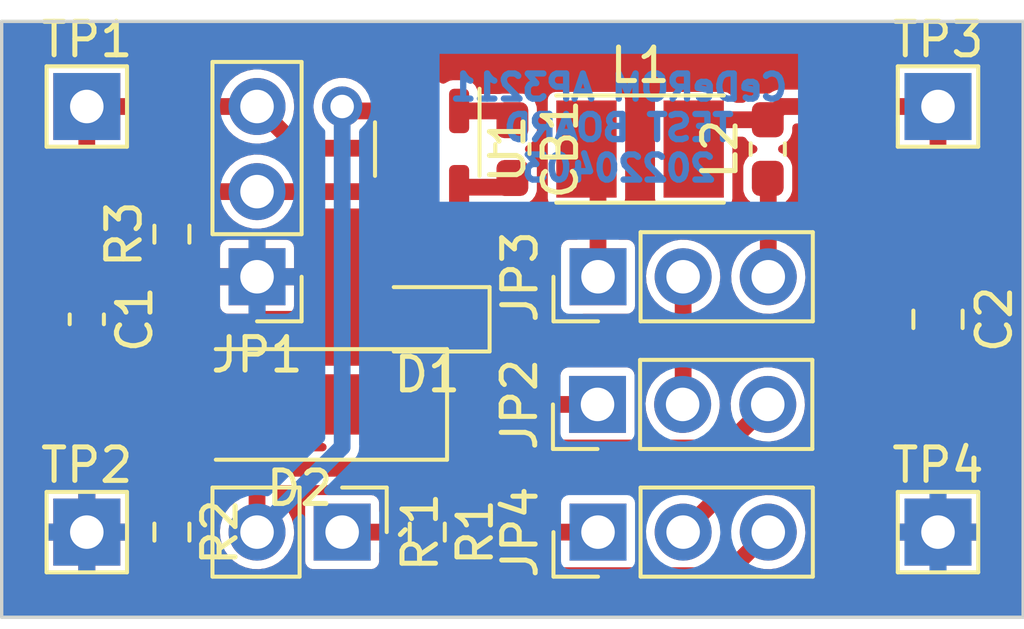
<source format=kicad_pcb>
(kicad_pcb (version 20211014) (generator pcbnew)
  (title_block (title "CeDeROM AP3211 TEST BOARD") (date "2022-04-03") (rev "2022-04-03") (company "CeDeROM"))
  (layers (0 "F.Cu" signal) (31 "B.Cu" signal) (34 "B.Paste" user) (35 "F.Paste" user) (36 "B.SilkS" user "B.Silkscreen") (37 "F.SilkS" user "F.Silkscreen") (38 "B.Mask" user) (39 "F.Mask" user) (44 "Edge.Cuts" user))
  (net 0 "")
  (net 1 "Net-(C1-Pad1)")
  (net 2 "GND")
  (net 3 "Net-(C2-Pad1)")
  (net 4 "Net-(CB1-Pad1)")
  (net 5 "Net-(CB1-Pad2)")
  (net 6 "Net-(D1-Pad1)")
  (net 7 "Net-(D2-Pad1)")
  (net 8 "Net-(JP1-Pad2)")
  (net 9 "Net-(JP3-Pad1)")
  (net 10 "Net-(JP3-Pad3)")
  (net 11 "Net-(JP4-Pad1)")
  (net 12 "Net-(JP4-Pad3)")
  (net 13 "Net-(R1-Pad1)")
  (footprint "Resistor_SMD:R_0603_1608Metric_Pad0.98x0.95mm_HandSolder" (layer "F.Cu") (at 73.66 63.5 -90)
    (fp_text reference "R1" (at 0 -1.43 90) (layer "F.SilkS"))
    (fp_text value "49.9k")
    (fp_line (start -0.254724 -0.5225) (end 0.254724 -0.5225) (layer "F.SilkS") (width 0.12))
    (fp_line (start -0.254724 0.5225) (end 0.254724 0.5225) (layer "F.SilkS") (width 0.12))
    (pad "1" smd roundrect (at -0.9125 0 270) (size 0.975 0.95) (layers "F.Cu" "F.Paste" "F.Mask") (net 13 "Net-(R1-Pad1)"))
    (pad "2" smd roundrect (at 0.9125 0 270) (size 0.975 0.95) (layers "F.Cu" "F.Paste" "F.Mask") (net 12 "Net-(JP4-Pad3)"))
  )
  (footprint "Inductor_SMD:L_Taiyo-Yuden_NR-30xx_HandSoldering" (layer "F.Cu") (at 80.01 52.07)
    (fp_text reference "L1" (at 0 -2.5) (layer "F.SilkS"))
    (fp_text value "4.7uH")
    (fp_line (start -2.5 1.6) (end 2.5 1.6) (layer "F.SilkS") (width 0.12))
    (fp_line (start -2.5 -1.6) (end 2.5 -1.6) (layer "F.SilkS") (width 0.12))
    (pad "1" smd rect (at -1.6 0) (size 1.8 2.9) (layers "F.Cu" "F.Paste" "F.Mask") (net 9 "Net-(JP3-Pad1)"))
    (pad "2" smd rect (at 1.6 0) (size 1.8 2.9) (layers "F.Cu" "F.Paste" "F.Mask") (net 3 "Net-(C2-Pad1)"))
  )
  (footprint "Capacitor_SMD:C_0603_1608Metric_Pad1.08x0.95mm_HandSolder" (layer "F.Cu") (at 63.5 57.15 -90)
    (fp_text reference "C1" (at 0 -1.43 90) (layer "F.SilkS"))
    (fp_text value "10uF/25V")
    (fp_line (start -0.146267 0.51) (end 0.146267 0.51) (layer "F.SilkS") (width 0.12))
    (fp_line (start -0.146267 -0.51) (end 0.146267 -0.51) (layer "F.SilkS") (width 0.12))
    (pad "1" smd roundrect (at -0.8625 0 270) (size 1.075 0.95) (layers "F.Cu" "F.Paste" "F.Mask") (net 1 "Net-(C1-Pad1)"))
    (pad "2" smd roundrect (at 0.8625 0 270) (size 1.075 0.95) (layers "F.Cu" "F.Paste" "F.Mask") (net 2 "GND"))
  )
  (footprint "TestPoint:TestPoint_THTPad_2.0x2.0mm_Drill1.0mm" (layer "F.Cu") (at 63.5 50.8)
    (fp_text reference "TP1" (at 0 -1.998) (layer "F.SilkS"))
    (fp_text value "VIN")
    (fp_line (start 1.2 1.2) (end -1.2 1.2) (layer "F.SilkS") (width 0.12))
    (fp_line (start 1.2 -1.2) (end 1.2 1.2) (layer "F.SilkS") (width 0.12))
    (fp_line (start -1.2 -1.2) (end 1.2 -1.2) (layer "F.SilkS") (width 0.12))
    (fp_line (start -1.2 1.2) (end -1.2 -1.2) (layer "F.SilkS") (width 0.12))
    (pad "1" thru_hole rect (at 0 0) (size 2 2) (drill 1) (layers *.Cu *.Mask) (net 1 "Net-(C1-Pad1)"))
  )
  (footprint "Inductor_SMD:L_0603_1608Metric_Pad1.05x0.95mm_HandSolder" (layer "F.Cu") (at 83.82 52.07 90)
    (fp_text reference "L2" (at 0 -1.43 90) (layer "F.SilkS"))
    (fp_text value "4.7uH")
    (fp_line (start -0.171267 0.51) (end 0.171267 0.51) (layer "F.SilkS") (width 0.12))
    (fp_line (start -0.171267 -0.51) (end 0.171267 -0.51) (layer "F.SilkS") (width 0.12))
    (pad "1" smd roundrect (at -0.875 0 90) (size 1.05 0.95) (layers "F.Cu" "F.Paste" "F.Mask") (net 10 "Net-(JP3-Pad3)"))
    (pad "2" smd roundrect (at 0.875 0 90) (size 1.05 0.95) (layers "F.Cu" "F.Paste" "F.Mask") (net 3 "Net-(C2-Pad1)"))
  )
  (footprint "Connector_PinHeader_2.54mm:PinHeader_1x03_P2.54mm_Vertical" (layer "F.Cu") (at 68.58 55.88 180)
    (fp_text reference "JP1" (at 0 -2.33) (layer "F.SilkS"))
    (fp_text value "EN")
    (fp_line (start -1.33 1.27) (end -1.33 6.41) (layer "F.SilkS") (width 0.12))
    (fp_line (start -1.33 6.41) (end 1.33 6.41) (layer "F.SilkS") (width 0.12))
    (fp_line (start -1.33 0) (end -1.33 -1.33) (layer "F.SilkS") (width 0.12))
    (fp_line (start -1.33 1.27) (end 1.33 1.27) (layer "F.SilkS") (width 0.12))
    (fp_line (start 1.33 1.27) (end 1.33 6.41) (layer "F.SilkS") (width 0.12))
    (fp_line (start -1.33 -1.33) (end 0 -1.33) (layer "F.SilkS") (width 0.12))
    (pad "1" thru_hole rect (at 0 0 180) (size 1.7 1.7) (drill 1) (layers *.Cu *.Mask) (net 2 "GND"))
    (pad "2" thru_hole oval (at 0 2.54 180) (size 1.7 1.7) (drill 1) (layers *.Cu *.Mask) (net 8 "Net-(JP1-Pad2)"))
    (pad "3" thru_hole oval (at 0 5.08 180) (size 1.7 1.7) (drill 1) (layers *.Cu *.Mask) (net 1 "Net-(C1-Pad1)"))
  )
  (footprint "Connector_PinHeader_2.54mm:PinHeader_1x03_P2.54mm_Vertical" (layer "F.Cu") (at 78.755 55.88 90)
    (fp_text reference "JP3" (at 0 -2.33 90) (layer "F.SilkS"))
    (fp_text value "LSEL")
    (fp_line (start -1.33 6.41) (end 1.33 6.41) (layer "F.SilkS") (width 0.12))
    (fp_line (start -1.33 1.27) (end -1.33 6.41) (layer "F.SilkS") (width 0.12))
    (fp_line (start -1.33 1.27) (end 1.33 1.27) (layer "F.SilkS") (width 0.12))
    (fp_line (start -1.33 -1.33) (end 0 -1.33) (layer "F.SilkS") (width 0.12))
    (fp_line (start -1.33 0) (end -1.33 -1.33) (layer "F.SilkS") (width 0.12))
    (fp_line (start 1.33 1.27) (end 1.33 6.41) (layer "F.SilkS") (width 0.12))
    (pad "1" thru_hole rect (at 0 0 90) (size 1.7 1.7) (drill 1) (layers *.Cu *.Mask) (net 9 "Net-(JP3-Pad1)"))
    (pad "2" thru_hole oval (at 0 2.54 90) (size 1.7 1.7) (drill 1) (layers *.Cu *.Mask) (net 5 "Net-(CB1-Pad2)"))
    (pad "3" thru_hole oval (at 0 5.08 90) (size 1.7 1.7) (drill 1) (layers *.Cu *.Mask) (net 10 "Net-(JP3-Pad3)"))
  )
  (footprint "Resistor_SMD:R_0603_1608Metric_Pad0.98x0.95mm_HandSolder" (layer "F.Cu") (at 66.04 54.61 90)
    (fp_text reference "R3" (at 0 -1.43 90) (layer "F.SilkS"))
    (fp_text value "10k")
    (fp_line (start -0.254724 -0.5225) (end 0.254724 -0.5225) (layer "F.SilkS") (width 0.12))
    (fp_line (start -0.254724 0.5225) (end 0.254724 0.5225) (layer "F.SilkS") (width 0.12))
    (pad "1" smd roundrect (at -0.9125 0 90) (size 0.975 0.95) (layers "F.Cu" "F.Paste" "F.Mask") (net 2 "GND"))
    (pad "2" smd roundrect (at 0.9125 0 90) (size 0.975 0.95) (layers "F.Cu" "F.Paste" "F.Mask") (net 8 "Net-(JP1-Pad2)"))
  )
  (footprint "Capacitor_SMD:C_0603_1608Metric_Pad1.08x0.95mm_HandSolder" (layer "F.Cu") (at 76.2 52.07 -90)
    (fp_text reference "CB1" (at 0 -1.43 90) (layer "F.SilkS"))
    (fp_text value "10nF")
    (fp_line (start -0.146267 0.51) (end 0.146267 0.51) (layer "F.SilkS") (width 0.12))
    (fp_line (start -0.146267 -0.51) (end 0.146267 -0.51) (layer "F.SilkS") (width 0.12))
    (pad "1" smd roundrect (at -0.8625 0 270) (size 1.075 0.95) (layers "F.Cu" "F.Paste" "F.Mask") (net 4 "Net-(CB1-Pad1)"))
    (pad "2" smd roundrect (at 0.8625 0 270) (size 1.075 0.95) (layers "F.Cu" "F.Paste" "F.Mask") (net 5 "Net-(CB1-Pad2)"))
  )
  (footprint "Capacitor_SMD:C_0805_2012Metric_Pad1.18x1.45mm_HandSolder" (layer "F.Cu") (at 88.9 57.15 -90)
    (fp_text reference "C2" (at 0 -1.68 90) (layer "F.SilkS"))
    (fp_text value "22uF/6.3V")
    (fp_line (start -0.261252 -0.735) (end 0.261252 -0.735) (layer "F.SilkS") (width 0.12))
    (fp_line (start -0.261252 0.735) (end 0.261252 0.735) (layer "F.SilkS") (width 0.12))
    (pad "1" smd roundrect (at -1.0375 0 270) (size 1.175 1.45) (layers "F.Cu" "F.Paste" "F.Mask") (roundrect_rratio 0.212766) (net 3 "Net-(C2-Pad1)"))
    (pad "2" smd roundrect (at 1.0375 0 270) (size 1.175 1.45) (layers "F.Cu" "F.Paste" "F.Mask") (roundrect_rratio 0.212766) (net 2 "GND"))
  )
  (footprint "Resistor_SMD:R_0603_1608Metric_Pad0.98x0.95mm_HandSolder" (layer "F.Cu") (at 66.04 63.5 -90)
    (fp_text reference "R2" (at 0 -1.43 90) (layer "F.SilkS"))
    (fp_text value "16.3k")
    (fp_line (start -0.254724 0.5225) (end 0.254724 0.5225) (layer "F.SilkS") (width 0.12))
    (fp_line (start -0.254724 -0.5225) (end 0.254724 -0.5225) (layer "F.SilkS") (width 0.12))
    (pad "1" smd roundrect (at -0.9125 0 270) (size 0.975 0.95) (layers "F.Cu" "F.Paste" "F.Mask") (net 13 "Net-(R1-Pad1)"))
    (pad "2" smd roundrect (at 0.9125 0 270) (size 0.975 0.95) (layers "F.Cu" "F.Paste" "F.Mask") (net 2 "GND"))
  )
  (footprint "TestPoint:TestPoint_THTPad_2.0x2.0mm_Drill1.0mm" (layer "F.Cu") (at 63.5 63.5)
    (fp_text reference "TP2" (at 0 -1.998) (layer "F.SilkS"))
    (fp_text value "GND")
    (fp_line (start 1.2 -1.2) (end 1.2 1.2) (layer "F.SilkS") (width 0.12))
    (fp_line (start 1.2 1.2) (end -1.2 1.2) (layer "F.SilkS") (width 0.12))
    (fp_line (start -1.2 1.2) (end -1.2 -1.2) (layer "F.SilkS") (width 0.12))
    (fp_line (start -1.2 -1.2) (end 1.2 -1.2) (layer "F.SilkS") (width 0.12))
    (pad "1" thru_hole rect (at 0 0) (size 2 2) (drill 1) (layers *.Cu *.Mask) (net 2 "GND"))
  )
  (footprint "TestPoint:TestPoint_THTPad_2.0x2.0mm_Drill1.0mm" (layer "F.Cu") (at 88.9 63.5)
    (fp_text reference "TP4" (at 0 -1.998) (layer "F.SilkS"))
    (fp_text value "GND")
    (fp_line (start 1.2 1.2) (end -1.2 1.2) (layer "F.SilkS") (width 0.12))
    (fp_line (start -1.2 1.2) (end -1.2 -1.2) (layer "F.SilkS") (width 0.12))
    (fp_line (start 1.2 -1.2) (end 1.2 1.2) (layer "F.SilkS") (width 0.12))
    (fp_line (start -1.2 -1.2) (end 1.2 -1.2) (layer "F.SilkS") (width 0.12))
    (pad "1" thru_hole rect (at 0 0) (size 2 2) (drill 1) (layers *.Cu *.Mask) (net 2 "GND"))
  )
  (footprint "TestPoint:TestPoint_THTPad_2.0x2.0mm_Drill1.0mm" (layer "F.Cu") (at 88.9 50.8)
    (fp_text reference "TP3" (at 0 -1.998) (layer "F.SilkS"))
    (fp_text value "VOUT")
    (fp_line (start 1.2 1.2) (end -1.2 1.2) (layer "F.SilkS") (width 0.12))
    (fp_line (start -1.2 -1.2) (end 1.2 -1.2) (layer "F.SilkS") (width 0.12))
    (fp_line (start -1.2 1.2) (end -1.2 -1.2) (layer "F.SilkS") (width 0.12))
    (fp_line (start 1.2 -1.2) (end 1.2 1.2) (layer "F.SilkS") (width 0.12))
    (pad "1" thru_hole rect (at 0 0) (size 2 2) (drill 1) (layers *.Cu *.Mask) (net 3 "Net-(C2-Pad1)"))
  )
  (footprint "Diode_SMD:D_0805_2012Metric_Pad1.15x1.40mm_HandSolder" (layer "F.Cu") (at 73.66 57.15 180)
    (fp_text reference "D1" (at 0 -1.65) (layer "F.SilkS"))
    (fp_text value "1N4148")
    (fp_line (start 1 -0.96) (end -1.86 -0.96) (layer "F.SilkS") (width 0.12))
    (fp_line (start -1.86 -0.96) (end -1.86 0.96) (layer "F.SilkS") (width 0.12))
    (fp_line (start -1.86 0.96) (end 1 0.96) (layer "F.SilkS") (width 0.12))
    (pad "1" smd roundrect (at -1.025 0 180) (size 1.15 1.4) (layers "F.Cu" "F.Paste" "F.Mask") (roundrect_rratio 0.217391) (net 6 "Net-(D1-Pad1)"))
    (pad "2" smd roundrect (at 1.025 0 180) (size 1.15 1.4) (layers "F.Cu" "F.Paste" "F.Mask") (roundrect_rratio 0.217391) (net 2 "GND"))
  )
  (footprint "Diode_SMD:D_SMA_Handsoldering" (layer "F.Cu") (at 69.85 59.69 180)
    (fp_text reference "D2" (at 0 -2.5) (layer "F.SilkS"))
    (fp_text value "B140-E3/61T")
    (fp_line (start -4.4 -1.65) (end 2.5 -1.65) (layer "F.SilkS") (width 0.12))
    (fp_line (start -4.4 -1.65) (end -4.4 1.65) (layer "F.SilkS") (width 0.12))
    (fp_line (start -4.4 1.65) (end 2.5 1.65) (layer "F.SilkS") (width 0.12))
    (pad "1" smd rect (at -2.5 0 180) (size 3.5 1.8) (layers "F.Cu" "F.Paste" "F.Mask") (net 7 "Net-(D2-Pad1)"))
    (pad "2" smd rect (at 2.5 0 180) (size 3.5 1.8) (layers "F.Cu" "F.Paste" "F.Mask") (net 2 "GND"))
  )
  (footprint "Connector_PinHeader_2.54mm:PinHeader_1x02_P2.54mm_Vertical" (layer "F.Cu") (at 71.12 63.5 -90)
    (fp_text reference "R`1" (at 0 -2.33 90) (layer "F.SilkS"))
    (fp_text value "VAR")
    (fp_line (start -1.33 -1.33) (end 0 -1.33) (layer "F.SilkS") (width 0.12))
    (fp_line (start -1.33 3.87) (end 1.33 3.87) (layer "F.SilkS") (width 0.12))
    (fp_line (start -1.33 1.27) (end 1.33 1.27) (layer "F.SilkS") (width 0.12))
    (fp_line (start -1.33 0) (end -1.33 -1.33) (layer "F.SilkS") (width 0.12))
    (fp_line (start -1.33 1.27) (end -1.33 3.87) (layer "F.SilkS") (width 0.12))
    (fp_line (start 1.33 1.27) (end 1.33 3.87) (layer "F.SilkS") (width 0.12))
    (pad "1" thru_hole rect (at 0 0 270) (size 1.7 1.7) (drill 1) (layers *.Cu *.Mask) (net 11 "Net-(JP4-Pad1)"))
    (pad "2" thru_hole oval (at 0 2.54 270) (size 1.7 1.7) (drill 1) (layers *.Cu *.Mask) (net 13 "Net-(R1-Pad1)"))
  )
  (footprint "Connector_PinHeader_2.54mm:PinHeader_1x03_P2.54mm_Vertical" (layer "F.Cu") (at 78.74 59.69 90)
    (fp_text reference "JP2" (at 0 -2.33 90) (layer "F.SilkS"))
    (fp_text value "DSEL")
    (fp_line (start 1.33 1.27) (end 1.33 6.41) (layer "F.SilkS") (width 0.12))
    (fp_line (start -1.33 1.27) (end 1.33 1.27) (layer "F.SilkS") (width 0.12))
    (fp_line (start -1.33 -1.33) (end 0 -1.33) (layer "F.SilkS") (width 0.12))
    (fp_line (start -1.33 0) (end -1.33 -1.33) (layer "F.SilkS") (width 0.12))
    (fp_line (start -1.33 1.27) (end -1.33 6.41) (layer "F.SilkS") (width 0.12))
    (fp_line (start -1.33 6.41) (end 1.33 6.41) (layer "F.SilkS") (width 0.12))
    (pad "1" thru_hole rect (at 0 0 90) (size 1.7 1.7) (drill 1) (layers *.Cu *.Mask) (net 6 "Net-(D1-Pad1)"))
    (pad "2" thru_hole oval (at 0 2.54 90) (size 1.7 1.7) (drill 1) (layers *.Cu *.Mask) (net 5 "Net-(CB1-Pad2)"))
    (pad "3" thru_hole oval (at 0 5.08 90) (size 1.7 1.7) (drill 1) (layers *.Cu *.Mask) (net 7 "Net-(D2-Pad1)"))
  )
  (footprint "Connector_PinHeader_2.54mm:PinHeader_1x03_P2.54mm_Vertical" (layer "F.Cu") (at 78.755 63.5 90)
    (fp_text reference "JP4" (at 0 -2.33 90) (layer "F.SilkS"))
    (fp_text value "RSEL")
    (fp_line (start -1.33 1.27) (end 1.33 1.27) (layer "F.SilkS") (width 0.12))
    (fp_line (start -1.33 1.27) (end -1.33 6.41) (layer "F.SilkS") (width 0.12))
    (fp_line (start -1.33 -1.33) (end 0 -1.33) (layer "F.SilkS") (width 0.12))
    (fp_line (start -1.33 0) (end -1.33 -1.33) (layer "F.SilkS") (width 0.12))
    (fp_line (start 1.33 1.27) (end 1.33 6.41) (layer "F.SilkS") (width 0.12))
    (fp_line (start -1.33 6.41) (end 1.33 6.41) (layer "F.SilkS") (width 0.12))
    (pad "1" thru_hole rect (at 0 0 90) (size 1.7 1.7) (drill 1) (layers *.Cu *.Mask) (net 11 "Net-(JP4-Pad1)"))
    (pad "2" thru_hole oval (at 0 2.54 90) (size 1.7 1.7) (drill 1) (layers *.Cu *.Mask) (net 3 "Net-(C2-Pad1)"))
    (pad "3" thru_hole oval (at 0 5.08 90) (size 1.7 1.7) (drill 1) (layers *.Cu *.Mask) (net 12 "Net-(JP4-Pad3)"))
  )
  (footprint "Package_TO_SOT_SMD:SOT-23-6" (layer "F.Cu") (at 73.66 52.07 -90)
    (fp_text reference "U1" (at 0 -2.4 90) (layer "F.SilkS"))
    (fp_text value "AP3211")
    (fp_line (start 0 -1.56) (end -1.8 -1.56) (layer "F.SilkS") (width 0.12))
    (fp_line (start 0 1.56) (end 0.8 1.56) (layer "F.SilkS") (width 0.12))
    (fp_line (start 0 -1.56) (end 0.8 -1.56) (layer "F.SilkS") (width 0.12))
    (fp_line (start 0 1.56) (end -0.8 1.56) (layer "F.SilkS") (width 0.12))
    (pad "1" smd roundrect (at -1.1375 -0.95 270) (size 1.325 0.6) (layers "F.Cu" "F.Paste" "F.Mask") (net 4 "Net-(CB1-Pad1)"))
    (pad "2" smd roundrect (at -1.1375 0 270) (size 1.325 0.6) (layers "F.Cu" "F.Paste" "F.Mask") (net 2 "GND"))
    (pad "3" smd roundrect (at -1.1375 0.95 270) (size 1.325 0.6) (layers "F.Cu" "F.Paste" "F.Mask") (net 13 "Net-(R1-Pad1)"))
    (pad "4" smd roundrect (at 1.1375 0.95 270) (size 1.325 0.6) (layers "F.Cu" "F.Paste" "F.Mask") (net 8 "Net-(JP1-Pad2)"))
    (pad "5" smd roundrect (at 1.1375 0 270) (size 1.325 0.6) (layers "F.Cu" "F.Paste" "F.Mask") (net 1 "Net-(C1-Pad1)"))
    (pad "6" smd roundrect (at 1.1375 -0.95 270) (size 1.325 0.6) (layers "F.Cu" "F.Paste" "F.Mask") (net 5 "Net-(CB1-Pad2)"))
  )
  (gr_line (start 91.44 48.26) (end 91.44 66.04) (layer "Edge.Cuts") (width 0.1))
  (gr_line (start 60.96 66.04) (end 60.96 48.26) (layer "Edge.Cuts") (width 0.1))
  (gr_line (start 60.96 48.26) (end 91.44 48.26) (layer "Edge.Cuts") (width 0.1))
  (gr_line (start 91.44 66.04) (end 60.96 66.04) (layer "Edge.Cuts") (width 0.1))
  (gr_text "CeDeROM AP3211\nTEST BOARD\n20220403" (at 79.375 51.435) (layer "B.Cu") (effects (font (size 0.75 0.75) (thickness 0.1875)) (justify mirror)))
  (segment (start 69.82452 52.04452) (end 68.58 50.8) (width 0.5) (layer "F.Cu") (net 1))
  (segment (start 63.5 50.8) (end 68.58 50.8) (width 0.5) (layer "F.Cu") (net 1))
  (segment (start 73.66 52.647151) (end 73.057369 52.04452) (width 0.5) (layer "F.Cu") (net 1))
  (segment (start 63.5 50.8) (end 63.5 56.2875) (width 0.5) (layer "F.Cu") (net 1))
  (segment (start 73.057369 52.04452) (end 69.82452 52.04452) (width 0.5) (layer "F.Cu") (net 1))
  (segment (start 73.66 53.2075) (end 73.66 52.647151) (width 0.5) (layer "F.Cu") (net 1))
  (segment (start 68.58 55.88) (end 66.3975 55.88) (width 0.5) (layer "F.Cu") (net 2))
  (segment (start 65.1275 63.5) (end 66.04 64.4125) (width 0.5) (layer "F.Cu") (net 2))
  (segment (start 67.35 58.38) (end 67.7175 58.0125) (width 0.5) (layer "F.Cu") (net 2))
  (segment (start 72.635 57.15) (end 68.58 57.15) (width 0.5) (layer "F.Cu") (net 2))
  (segment (start 88.9 58.1875) (end 88.9 63.5) (width 0.5) (layer "F.Cu") (net 2))
  (segment (start 63.5 63.5) (end 65.1275 63.5) (width 0.5) (layer "F.Cu") (net 2))
  (segment (start 63.5 58.0125) (end 67.7175 58.0125) (width 0.5) (layer "F.Cu") (net 2))
  (segment (start 67.35 59.69) (end 67.35 58.38) (width 0.5) (layer "F.Cu") (net 2))
  (segment (start 68.58 57.15) (end 68.58 55.88) (width 0.5) (layer "F.Cu") (net 2))
  (segment (start 66.3975 55.88) (end 66.04 55.5225) (width 0.5) (layer "F.Cu") (net 2))
  (segment (start 63.5 58.0125) (end 63.5 63.5) (width 0.5) (layer "F.Cu") (net 2))
  (segment (start 67.7175 58.0125) (end 68.58 57.15) (width 0.5) (layer "F.Cu") (net 2))
  (segment (start 83.82 51.195) (end 82.485 51.195) (width 0.5) (layer "F.Cu") (net 3))
  (segment (start 86.36 60.325) (end 85.09 61.595) (width 0.5) (layer "F.Cu") (net 3))
  (segment (start 88.9 50.8) (end 88.9 56.1125) (width 0.5) (layer "F.Cu") (net 3))
  (segment (start 82.485 51.195) (end 81.61 52.07) (width 0.5) (layer "F.Cu") (net 3))
  (segment (start 85.09 61.595) (end 83.2 61.595) (width 0.5) (layer "F.Cu") (net 3))
  (segment (start 86.36 57.15) (end 86.36 60.325) (width 0.5) (layer "F.Cu") (net 3))
  (segment (start 83.82 51.195) (end 84.215 50.8) (width 0.5) (layer "F.Cu") (net 3))
  (segment (start 88.9 56.1125) (end 87.3975 56.1125) (width 0.5) (layer "F.Cu") (net 3))
  (segment (start 87.3975 56.1125) (end 86.36 57.15) (width 0.5) (layer "F.Cu") (net 3))
  (segment (start 83.2 61.595) (end 81.295 63.5) (width 0.5) (layer "F.Cu") (net 3))
  (segment (start 84.215 50.8) (end 88.9 50.8) (width 0.5) (layer "F.Cu") (net 3))
  (segment (start 74.61 50.9325) (end 75.925 50.9325) (width 0.5) (layer "F.Cu") (net 4))
  (segment (start 75.925 50.9325) (end 76.2 51.2075) (width 0.5) (layer "F.Cu") (net 4))
  (segment (start 78.105 57.785) (end 81.28 57.785) (width 0.5) (layer "F.Cu") (net 5))
  (segment (start 74.61 54.29) (end 78.105 57.785) (width 0.5) (layer "F.Cu") (net 5))
  (segment (start 74.61 53.2075) (end 75.925 53.2075) (width 0.5) (layer "F.Cu") (net 5))
  (segment (start 81.295 57.77) (end 81.295 59.675) (width 0.5) (layer "F.Cu") (net 5))
  (segment (start 81.295 55.88) (end 81.295 57.77) (width 0.5) (layer "F.Cu") (net 5))
  (segment (start 81.28 55.895) (end 81.295 55.88) (width 0.5) (layer "F.Cu") (net 5))
  (segment (start 81.295 59.675) (end 81.28 59.69) (width 0.5) (layer "F.Cu") (net 5))
  (segment (start 75.925 53.2075) (end 76.2 52.9325) (width 0.5) (layer "F.Cu") (net 5))
  (segment (start 74.61 53.2075) (end 74.61 54.29) (width 0.5) (layer "F.Cu") (net 5))
  (segment (start 81.28 57.785) (end 81.295 57.77) (width 0.5) (layer "F.Cu") (net 5))
  (segment (start 77.225 59.69) (end 78.74 59.69) (width 0.5) (layer "F.Cu") (net 6))
  (segment (start 74.685 57.15) (end 77.225 59.69) (width 0.5) (layer "F.Cu") (net 6))
  (segment (start 83.82 59.69) (end 82.520489 60.989511) (width 0.5) (layer "F.Cu") (net 7))
  (segment (start 74.93 59.69) (end 72.35 59.69) (width 0.5) (layer "F.Cu") (net 7))
  (segment (start 76.229511 60.989511) (end 74.93 59.69) (width 0.5) (layer "F.Cu") (net 7))
  (segment (start 82.520489 60.989511) (end 76.229511 60.989511) (width 0.5) (layer "F.Cu") (net 7))
  (segment (start 66.3975 53.34) (end 66.04 53.6975) (width 0.5) (layer "F.Cu") (net 8))
  (segment (start 72.5775 53.34) (end 72.71 53.2075) (width 0.5) (layer "F.Cu") (net 8))
  (segment (start 68.58 53.34) (end 66.3975 53.34) (width 0.5) (layer "F.Cu") (net 8))
  (segment (start 68.58 53.34) (end 72.5775 53.34) (width 0.5) (layer "F.Cu") (net 8))
  (segment (start 78.755 55.88) (end 78.755 52.415) (width 0.5) (layer "F.Cu") (net 9))
  (segment (start 78.755 52.415) (end 78.41 52.07) (width 0.5) (layer "F.Cu") (net 9))
  (segment (start 83.835 55.88) (end 83.835 52.96) (width 0.5) (layer "F.Cu") (net 10))
  (segment (start 83.835 52.96) (end 83.82 52.945) (width 0.5) (layer "F.Cu") (net 10))
  (segment (start 71.12 63.5) (end 73.025 63.5) (width 0.5) (layer "F.Cu") (net 11))
  (segment (start 73.025 63.5) (end 74.295 63.5) (width 0.25) (layer "F.Cu") (net 11))
  (segment (start 74.295 63.5) (end 78.755 63.5) (width 0.5) (layer "F.Cu") (net 11))
  (segment (start 73.66 64.4125) (end 74.047011 64.799511) (width 0.5) (layer "F.Cu") (net 12))
  (segment (start 82.535489 64.799511) (end 83.835 63.5) (width 0.5) (layer "F.Cu") (net 12))
  (segment (start 74.047011 64.799511) (end 82.535489 64.799511) (width 0.5) (layer "F.Cu") (net 12))
  (segment (start 68.58 63.5) (end 68.58 61.595) (width 0.5) (layer "F.Cu") (net 13))
  (segment (start 72.71 50.9325) (end 71.2525 50.9325) (width 0.5) (layer "F.Cu") (net 13))
  (segment (start 73.66 62.23) (end 73.66 62.5875) (width 0.5) (layer "F.Cu") (net 13))
  (segment (start 66.675 61.595) (end 68.58 61.595) (width 0.5) (layer "F.Cu") (net 13))
  (segment (start 71.2525 50.9325) (end 71.12 50.8) (width 0.5) (layer "F.Cu") (net 13))
  (segment (start 66.04 62.5875) (end 66.04 62.23) (width 0.5) (layer "F.Cu") (net 13))
  (segment (start 66.04 62.23) (end 66.675 61.595) (width 0.5) (layer "F.Cu") (net 13))
  (segment (start 68.58 61.595) (end 73.025 61.595) (width 0.5) (layer "F.Cu") (net 13))
  (segment (start 73.025 61.595) (end 73.66 62.23) (width 0.5) (layer "F.Cu") (net 13))
  (via (at 71.12 50.8) (size 1.2) (drill 0.7) (layers "F.Cu" "B.Cu") (net 13))
  (segment (start 71.12 50.8) (end 71.12 60.96) (width 0.5) (layer "B.Cu") (net 13))
  (segment (start 71.12 60.96) (end 68.58 63.5) (width 0.5) (layer "B.Cu") (net 13))
  (zone (net 2) (net_name "GND") (layers F&B.Cu) (connect_pads (clearance 0.254)) (min_thickness 0.254) (fill yes (thermal_gap 0.254) (thermal_bridge_width 0.508))
    (polygon (pts (xy 91.44 66.04) (xy 60.96 66.04) (xy 60.96 48.26) (xy 91.44 48.26)))
  )
)
</source>
